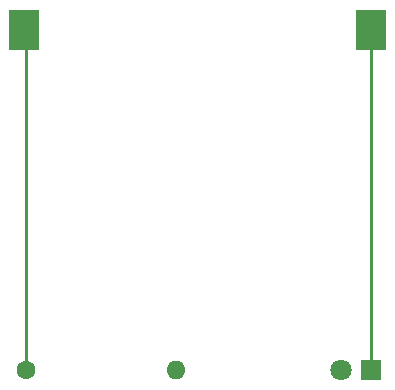
<source format=gbr>
%TF.GenerationSoftware,KiCad,Pcbnew,7.0.8*%
%TF.CreationDate,2023-11-11T20:39:46+01:00*%
%TF.ProjectId,FirstKicadProject,46697273-744b-4696-9361-6450726f6a65,rev?*%
%TF.SameCoordinates,Original*%
%TF.FileFunction,Copper,L1,Top*%
%TF.FilePolarity,Positive*%
%FSLAX46Y46*%
G04 Gerber Fmt 4.6, Leading zero omitted, Abs format (unit mm)*
G04 Created by KiCad (PCBNEW 7.0.8) date 2023-11-11 20:39:46*
%MOMM*%
%LPD*%
G01*
G04 APERTURE LIST*
%TA.AperFunction,ComponentPad*%
%ADD10R,1.800000X1.800000*%
%TD*%
%TA.AperFunction,ComponentPad*%
%ADD11C,1.800000*%
%TD*%
%TA.AperFunction,SMDPad,CuDef*%
%ADD12R,2.540000X3.510000*%
%TD*%
%TA.AperFunction,ComponentPad*%
%ADD13C,1.600000*%
%TD*%
%TA.AperFunction,ComponentPad*%
%ADD14O,1.600000X1.600000*%
%TD*%
%TA.AperFunction,Conductor*%
%ADD15C,0.250000*%
%TD*%
G04 APERTURE END LIST*
D10*
%TO.P,D1,1,K*%
%TO.N,GND*%
X167640000Y-101600000D03*
D11*
%TO.P,D1,2,A*%
%TO.N,Net-(D1-A)*%
X165100000Y-101600000D03*
%TD*%
D12*
%TO.P,BT1,1,+*%
%TO.N,VCC*%
X138280000Y-72808970D03*
%TO.P,BT1,2,-*%
%TO.N,GND*%
X167640000Y-72808970D03*
%TD*%
D13*
%TO.P,R1,1*%
%TO.N,VCC*%
X138430000Y-101600000D03*
D14*
%TO.P,R1,2*%
%TO.N,Net-(D1-A)*%
X151130000Y-101600000D03*
%TD*%
D15*
%TO.N,VCC*%
X138430000Y-72958970D02*
X138280000Y-72808970D01*
X138430000Y-101600000D02*
X138430000Y-72958970D01*
%TO.N,GND*%
X167640000Y-72808970D02*
X167640000Y-101600000D01*
%TD*%
M02*

</source>
